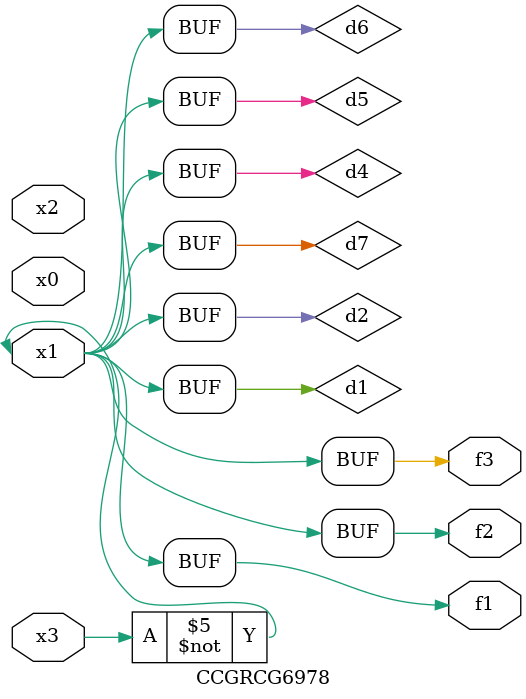
<source format=v>
module CCGRCG6978(
	input x0, x1, x2, x3,
	output f1, f2, f3
);

	wire d1, d2, d3, d4, d5, d6, d7;

	not (d1, x3);
	buf (d2, x1);
	xnor (d3, d1, d2);
	nor (d4, d1);
	buf (d5, d1, d2);
	buf (d6, d4, d5);
	nand (d7, d4);
	assign f1 = d6;
	assign f2 = d7;
	assign f3 = d6;
endmodule

</source>
